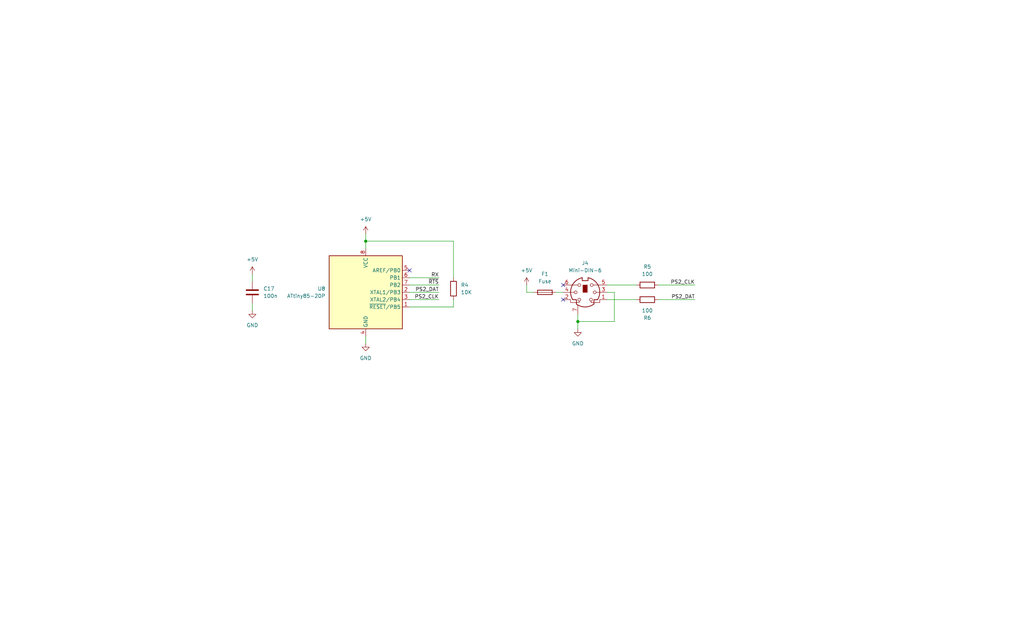
<source format=kicad_sch>
(kicad_sch (version 20231120) (generator "eeschema") (generator_version "8.0")
  (paper "USLegal")
  (title_block (title "COMpagne Supernova") (date "2024-08-18") (rev "1") (company "Surreality Labs"))
  (lib_symbols
    (symbol "Device:C" (pin_numbers hide) (pin_names (offset 0.254))
      (property "Reference" "C" (at 0.635 2.54 0))
      (property "Value" "C" (at 0.635 -2.54 0))
      (symbol "C_0_1"
        (polyline (pts (xy -2.032 -0.762) (xy 2.032 -0.762)) (stroke (width 0.508)))
        (polyline (pts (xy -2.032 0.762) (xy 2.032 0.762)) (stroke (width 0.508)))
      )
      (symbol "C_1_1"
        (pin passive line (at 0 3.81 270) (length 2.794) (name "~") (number "1"))
        (pin passive line (at 0 -3.81 90) (length 2.794) (name "~") (number "2"))
      )
    )
    (symbol "Device:Fuse" (pin_numbers hide) (pin_names (offset 0))
      (property "Reference" "F" (at 2.032 0 90))
      (property "Value" "Fuse" (at -1.905 0 90))
      (symbol "Fuse_0_1"
        (rectangle (start -0.762 -2.54) (end 0.762 2.54) (stroke (width 0.254)))
        (polyline (pts (xy 0 2.54) (xy 0 -2.54)))
      )
      (symbol "Fuse_1_1"
        (pin passive line (at 0 3.81 270) (length 1.27) (name "~") (number "1"))
        (pin passive line (at 0 -3.81 90) (length 1.27) (name "~") (number "2"))
      )
    )
    (symbol "Device:R" (pin_numbers hide) (pin_names (offset 0))
      (property "Reference" "R" (at 2.032 0 90))
      (property "Value" "R" (at 0 0 90))
      (symbol "R_0_1"
        (rectangle (start -1.016 -2.54) (end 1.016 2.54) (stroke (width 0.254)))
      )
      (symbol "R_1_1"
        (pin passive line (at 0 3.81 270) (length 1.27) (name "~") (number "1"))
        (pin passive line (at 0 -3.81 90) (length 1.27) (name "~") (number "2"))
      )
    )
    (symbol "MCU_Microchip_ATtiny:ATtiny85-20P"
      (property "Reference" "U" (at -12.7 13.97 0))
      (property "Value" "ATtiny85-20P" (at 2.54 -13.97 0))
      (symbol "ATtiny85-20P_0_1"
        (rectangle (start -12.7 -12.7) (end 12.7 12.7) (stroke (width 0.254)) (fill (type background)))
      )
      (symbol "ATtiny85-20P_1_1"
        (pin bidirectional line (at 15.24 -5.08 180) (length 2.54) (name "~{RESET}/PB5") (number "1"))
        (pin bidirectional line (at 15.24 0 180) (length 2.54) (name "XTAL1/PB3") (number "2"))
        (pin bidirectional line (at 15.24 -2.54 180) (length 2.54) (name "XTAL2/PB4") (number "3"))
        (pin power_in line (at 0 -15.24 90) (length 2.54) (name "GND") (number "4"))
        (pin bidirectional line (at 15.24 7.62 180) (length 2.54) (name "AREF/PB0") (number "5"))
        (pin bidirectional line (at 15.24 5.08 180) (length 2.54) (name "PB1") (number "6"))
        (pin bidirectional line (at 15.24 2.54 180) (length 2.54) (name "PB2") (number "7"))
        (pin power_in line (at 0 15.24 270) (length 2.54) (name "VCC") (number "8"))
      )
    )
    (symbol "minidin:Mini-DIN-6" (pin_names (offset 1.016))
      (property "Reference" "J" (at 0 6.35 0))
      (property "Value" "Mini-DIN-6" (at 0 -6.35 0))
      (symbol "Mini-DIN-6_0_1"
        (circle (center -3.302 0) (radius 0.508))
        (arc (start -3.048 -4.064) (mid 0 -5.08) (end 3.048 -4.064) (stroke (width 0.254)))
        (circle (center -2.032 -2.54) (radius 0.508))
        (circle (center -2.032 2.54) (radius 0.508))
        (arc (start -1.016 5.08) (mid -4.6243 2.1181) (end -4.318 -2.54) (stroke (width 0.254)))
        (rectangle (start -0.762 2.54) (end 0.762 0) (fill (type outline)))
        (polyline (pts (xy -3.81 0) (xy -5.08 0)))
        (polyline (pts (xy -2.54 2.54) (xy -5.08 2.54)))
        (polyline (pts (xy 2.794 2.54) (xy 5.08 2.54)))
        (polyline (pts (xy 5.08 0) (xy 3.81 0)))
        (polyline (pts (xy -4.318 -2.54) (xy -3.048 -2.54) (xy -3.048 -4.064)) (stroke (width 0.254)))
        (polyline (pts (xy 4.318 -2.54) (xy 3.048 -2.54) (xy 3.048 -4.064)) (stroke (width 0.254)))
        (polyline (pts (xy -2.032 -3.048) (xy -2.032 -3.556) (xy -5.08 -3.556) (xy -5.08 -2.54)))
        (polyline (pts (xy -1.016 5.08) (xy -1.016 4.064) (xy 1.016 4.064) (xy 1.016 5.08)) (stroke (width 0.254)))
        (polyline (pts (xy 2.032 -3.048) (xy 2.032 -3.556) (xy 5.08 -3.556) (xy 5.08 -2.54)))
        (circle (center 2.032 -2.54) (radius 0.508))
        (circle (center 2.286 2.54) (radius 0.508))
        (circle (center 3.302 0) (radius 0.508))
        (arc (start 4.318 -2.54) (mid 4.6646 2.1357) (end 1.016 5.08) (stroke (width 0.254)))
      )
      (symbol "Mini-DIN-6_1_1"
        (pin passive line (at 7.62 -2.54 180) (length 2.54) (name "~") (number "1"))
        (pin passive line (at -7.62 -2.54 0) (length 2.54) (name "~") (number "2"))
        (pin passive line (at 7.62 0 180) (length 2.54) (name "~") (number "3"))
        (pin passive line (at -7.62 0 0) (length 2.54) (name "~") (number "4"))
        (pin passive line (at 7.62 2.54 180) (length 2.54) (name "~") (number "5"))
        (pin passive line (at -7.62 2.54 0) (length 2.54) (name "~") (number "6"))
        (pin passive line (at -2.54 -7.62 90) (length 3.099) (name "") (number "7"))
      )
    )
    (symbol "power:+5V" (power) (pin_numbers hide) (pin_names (offset 0) hide)
      (property "Value" "+5V" (at 0 3.556 0))
      (symbol "+5V_0_1"
        (polyline (pts (xy -0.762 1.27) (xy 0 2.54)))
        (polyline (pts (xy 0 0) (xy 0 2.54)))
        (polyline (pts (xy 0 2.54) (xy 0.762 1.27)))
      )
      (symbol "+5V_1_1"
        (pin power_in line (at 0 0 90) (length 0) (name "~") (number "1"))
      )
    )
    (symbol "power:GND" (power) (pin_numbers hide) (pin_names (offset 0) hide)
      (property "Value" "GND" (at 0 -3.81 0))
      (symbol "GND_0_1"
        (polyline (pts (xy 0 0) (xy 0 -1.27) (xy 1.27 -1.27) (xy 0 -2.54) (xy -1.27 -1.27) (xy 0 -1.27)))
      )
      (symbol "GND_1_1"
        (pin power_in line (at 0 0 270) (length 0) (name "~") (number "1"))
      )
    )
  )
  (junction (at 127 83.82))
  (junction (at 200.66 111.76))
  (no_connect (at 195.58 99.06))
  (no_connect (at 195.58 104.14))
  (no_connect (at 142.24 93.98))
  (wire (pts (xy 157.48 106.68) (xy 157.48 104.14)))
  (wire (pts (xy 210.82 101.6) (xy 213.36 101.6)))
  (wire (pts (xy 142.24 96.52) (xy 152.4 96.52)))
  (wire (pts (xy 182.88 99.06) (xy 182.88 101.6)))
  (wire (pts (xy 157.48 83.82) (xy 157.48 96.52)))
  (wire (pts (xy 200.66 109.22) (xy 200.66 111.76)))
  (wire (pts (xy 193.04 101.6) (xy 195.58 101.6)))
  (wire (pts (xy 142.24 106.68) (xy 157.48 106.68)))
  (wire (pts (xy 87.63 105.41) (xy 87.63 107.95)))
  (wire (pts (xy 210.82 99.06) (xy 220.98 99.06)))
  (wire (pts (xy 200.66 111.76) (xy 200.66 114.3)))
  (wire (pts (xy 228.6 104.14) (xy 241.3 104.14)))
  (wire (pts (xy 142.24 99.06) (xy 152.4 99.06)))
  (wire (pts (xy 142.24 104.14) (xy 152.4 104.14)))
  (wire (pts (xy 213.36 111.76) (xy 200.66 111.76)))
  (wire (pts (xy 213.36 101.6) (xy 213.36 111.76)))
  (wire (pts (xy 182.88 101.6) (xy 185.42 101.6)))
  (wire (pts (xy 127 86.36) (xy 127 83.82)))
  (wire (pts (xy 127 83.82) (xy 157.48 83.82)))
  (wire (pts (xy 228.6 99.06) (xy 241.3 99.06)))
  (wire (pts (xy 142.24 101.6) (xy 152.4 101.6)))
  (wire (pts (xy 87.63 95.25) (xy 87.63 97.79)))
  (wire (pts (xy 127 116.84) (xy 127 119.38)))
  (wire (pts (xy 127 81.28) (xy 127 83.82)))
  (wire (pts (xy 210.82 104.14) (xy 220.98 104.14)))
  (label "PS2_DAT" (at 152.4 101.6 180))
  (label "PS2_CLK" (at 152.4 104.14 180))
  (label "PS2_DAT" (at 241.3 104.14 180))
  (label "PS2_CLK" (at 241.3 99.06 180))
  (label "~{RTS}" (at 152.4 99.06 180))
  (label "RX" (at 152.4 96.52 180))
  (symbol (lib_id "Device:R") (at 224.79 99.06 90) (unit 1)
    (property "Reference" "R5" (at 224.79 92.71 90))
    (property "Value" "100" (at 224.79 95.25 90))
    (property "Footprint" "Resistor_SMD:R_0603_1608Metric_Pad0.98x0.95mm_HandSolder" (effects (hide yes)))
    (property "Description" "Resistor" (effects (hide yes)))
  )
  (symbol (lib_id "MCU_Microchip_ATtiny:ATtiny85-20P") (at 127 101.6 0) (unit 1)
    (property "Reference" "U8" (at 113.03 100.3299 0) (effects (justify right)))
    (property "Value" "ATtiny85-20P" (at 113.03 102.8699 0) (effects (justify right)))
    (property "Footprint" "Package_DIP:DIP-8_W7.62mm" (effects (hide yes)))
    (property "Datasheet" "http://ww1.microchip.com/downloads/en/DeviceDoc/atmel-2586-avr-8-bit-microcontroller-attiny25-attiny45-attiny85_datasheet.pdf" (effects (hide yes)))
    (property "Description" "20MHz, 8kB Flash, 512B SRAM, 512B EEPROM, debugWIRE, DIP-8" (effects (hide yes)))
  )
  (symbol (lib_id "power:+5V") (at 127 81.28 0) (unit 1)
    (property "Reference" "#PWR031" (effects (hide yes)))
    (property "Value" "+5V" (at 127 76.2 0))
    (property "Description" "Power symbol creates a global label with name \"+5V\"" (effects (hide yes)))
  )
  (symbol (lib_id "Device:C") (at 87.63 101.6 0) (unit 1)
    (property "Reference" "C17" (at 91.44 100.3299 0) (effects (justify left)))
    (property "Value" "100n" (at 91.44 102.8699 0) (effects (justify left)))
    (property "Footprint" "Capacitor_SMD:C_0603_1608Metric_Pad1.08x0.95mm_HandSolder" (effects (hide yes)))
    (property "Description" "Unpolarized capacitor" (effects (hide yes)))
  )
  (symbol (lib_id "power:GND") (at 200.66 114.3 0) (unit 1)
    (property "Reference" "#PWR034" (effects (hide yes)))
    (property "Value" "GND" (at 200.66 119.38 0))
    (property "Description" "Power symbol creates a global label with name \"GND\" , ground" (effects (hide yes)))
  )
  (symbol (lib_id "Device:Fuse") (at 189.23 101.6 90) (unit 1)
    (property "Reference" "F1" (at 189.23 95.25 90))
    (property "Value" "Fuse" (at 189.23 97.79 90))
    (property "Footprint" "Fuse:Fuse_1206_3216Metric_Pad1.42x1.75mm_HandSolder" (effects (hide yes)))
    (property "Description" "Fuse" (effects (hide yes)))
  )
  (symbol (lib_id "power:+5V") (at 182.88 99.06 0) (unit 1)
    (property "Reference" "#PWR035" (effects (hide yes)))
    (property "Value" "+5V" (at 182.88 93.98 0))
    (property "Description" "Power symbol creates a global label with name \"+5V\"" (effects (hide yes)))
  )
  (symbol (lib_id "minidin:Mini-DIN-6") (at 203.2 101.6 0) (unit 1)
    (property "Reference" "J4" (at 203.2178 91.44 0))
    (property "Value" "Mini-DIN-6" (at 203.2178 93.98 0))
    (property "Footprint" "pc-parts:CUI_MD-60SGK" (effects (hide yes)))
    (property "Datasheet" "http://service.powerdynamics.com/ec/Catalog17/Section%2011.pdf" (effects (hide yes)))
    (property "Description" "6-pin Mini-DIN connector" (effects (hide yes)))
  )
  (symbol (lib_id "power:GND") (at 127 119.38 0) (unit 1)
    (property "Reference" "#PWR030" (effects (hide yes)))
    (property "Value" "GND" (at 127 124.46 0))
    (property "Description" "Power symbol creates a global label with name \"GND\" , ground" (effects (hide yes)))
  )
  (symbol (lib_id "power:GND") (at 87.63 107.95 0) (unit 1)
    (property "Reference" "#PWR033" (effects (hide yes)))
    (property "Value" "GND" (at 87.63 113.03 0))
    (property "Description" "Power symbol creates a global label with name \"GND\" , ground" (effects (hide yes)))
  )
  (symbol (lib_id "Device:R") (at 157.48 100.33 0) (unit 1)
    (property "Reference" "R4" (at 160.02 99.0599 0) (effects (justify left)))
    (property "Value" "10K" (at 160.02 101.5999 0) (effects (justify left)))
    (property "Footprint" "Resistor_SMD:R_0603_1608Metric_Pad0.98x0.95mm_HandSolder" (effects (hide yes)))
    (property "Description" "Resistor" (effects (hide yes)))
  )
  (symbol (lib_id "power:+5V") (at 87.63 95.25 0) (unit 1)
    (property "Reference" "#PWR032" (effects (hide yes)))
    (property "Value" "+5V" (at 87.63 90.17 0))
    (property "Description" "Power symbol creates a global label with name \"+5V\"" (effects (hide yes)))
  )
  (symbol (lib_id "Device:R") (at 224.79 104.14 90) (mirror x) (unit 1)
    (property "Reference" "R6" (at 224.79 110.49 90))
    (property "Value" "100" (at 224.79 107.95 90))
    (property "Footprint" "Resistor_SMD:R_0603_1608Metric_Pad0.98x0.95mm_HandSolder" (effects (hide yes)))
    (property "Description" "Resistor" (effects (hide yes)))
  )
)
</source>
